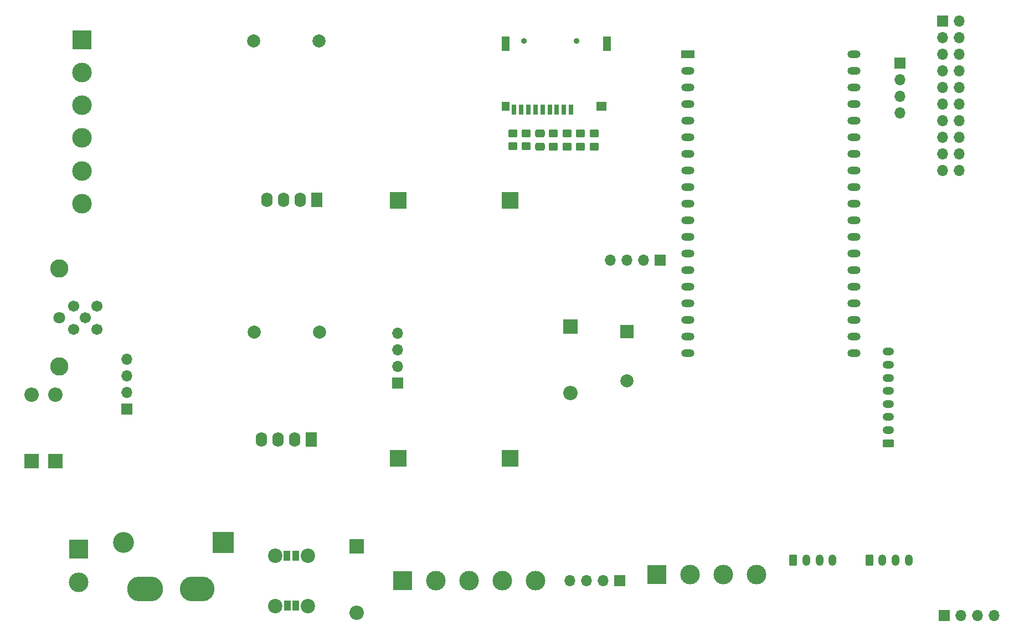
<source format=gbr>
%TF.GenerationSoftware,KiCad,Pcbnew,7.0.8*%
%TF.CreationDate,2023-11-15T18:30:51+02:00*%
%TF.ProjectId,CAN_DISPLAY,43414e5f-4449-4535-904c-41592e6b6963,rev?*%
%TF.SameCoordinates,Original*%
%TF.FileFunction,Soldermask,Bot*%
%TF.FilePolarity,Negative*%
%FSLAX46Y46*%
G04 Gerber Fmt 4.6, Leading zero omitted, Abs format (unit mm)*
G04 Created by KiCad (PCBNEW 7.0.8) date 2023-11-15 18:30:51*
%MOMM*%
%LPD*%
G01*
G04 APERTURE LIST*
G04 Aperture macros list*
%AMRoundRect*
0 Rectangle with rounded corners*
0 $1 Rounding radius*
0 $2 $3 $4 $5 $6 $7 $8 $9 X,Y pos of 4 corners*
0 Add a 4 corners polygon primitive as box body*
4,1,4,$2,$3,$4,$5,$6,$7,$8,$9,$2,$3,0*
0 Add four circle primitives for the rounded corners*
1,1,$1+$1,$2,$3*
1,1,$1+$1,$4,$5*
1,1,$1+$1,$6,$7*
1,1,$1+$1,$8,$9*
0 Add four rect primitives between the rounded corners*
20,1,$1+$1,$2,$3,$4,$5,0*
20,1,$1+$1,$4,$5,$6,$7,0*
20,1,$1+$1,$6,$7,$8,$9,0*
20,1,$1+$1,$8,$9,$2,$3,0*%
G04 Aperture macros list end*
%ADD10R,3.000000X3.000000*%
%ADD11C,3.000000*%
%ADD12R,1.700000X1.700000*%
%ADD13O,1.700000X1.700000*%
%ADD14RoundRect,0.250000X-0.350000X-0.625000X0.350000X-0.625000X0.350000X0.625000X-0.350000X0.625000X0*%
%ADD15O,1.200000X1.750000*%
%ADD16R,2.200000X2.200000*%
%ADD17O,2.200000X2.200000*%
%ADD18RoundRect,0.250000X0.625000X-0.350000X0.625000X0.350000X-0.625000X0.350000X-0.625000X-0.350000X0*%
%ADD19O,1.750000X1.200000*%
%ADD20C,2.200000*%
%ADD21R,1.750000X2.250000*%
%ADD22O,1.750000X2.250000*%
%ADD23C,2.794000*%
%ADD24C,1.701800*%
%ADD25C,1.803400*%
%ADD26R,2.000000X2.000000*%
%ADD27C,2.000000*%
%ADD28O,5.500000X3.800000*%
%ADD29O,5.300000X3.800000*%
%ADD30R,2.000000X1.200000*%
%ADD31O,2.000000X1.200000*%
%ADD32R,3.200000X3.200000*%
%ADD33O,3.200000X3.200000*%
%ADD34R,2.500000X2.500000*%
%ADD35RoundRect,0.250000X-0.450000X0.350000X-0.450000X-0.350000X0.450000X-0.350000X0.450000X0.350000X0*%
%ADD36RoundRect,0.250000X0.450000X-0.350000X0.450000X0.350000X-0.450000X0.350000X-0.450000X-0.350000X0*%
%ADD37RoundRect,0.250000X0.475000X-0.337500X0.475000X0.337500X-0.475000X0.337500X-0.475000X-0.337500X0*%
%ADD38C,0.900000*%
%ADD39R,0.700000X1.600000*%
%ADD40R,1.200000X2.200000*%
%ADD41R,1.600000X1.400000*%
%ADD42R,1.200000X1.400000*%
%ADD43R,1.000000X1.500000*%
G04 APERTURE END LIST*
D10*
%TO.C,J6*%
X64516000Y-134620000D03*
D11*
X64516000Y-139700000D03*
%TD*%
D12*
%TO.C,J16*%
X196860000Y-144780000D03*
D13*
X199400000Y-144780000D03*
X201940000Y-144780000D03*
X204480000Y-144780000D03*
%TD*%
D14*
%TO.C,J3*%
X173769000Y-136352000D03*
D15*
X175769000Y-136352000D03*
X177769000Y-136352000D03*
X179769000Y-136352000D03*
%TD*%
D16*
%TO.C,D11*%
X57327800Y-121158000D03*
D17*
X57327800Y-110998000D03*
%TD*%
D12*
%TO.C,J8*%
X113284000Y-109220000D03*
D13*
X113284000Y-106680000D03*
X113284000Y-104140000D03*
X113284000Y-101600000D03*
%TD*%
D18*
%TO.C,J14*%
X188278600Y-118455200D03*
D19*
X188278600Y-116455200D03*
X188278600Y-114455200D03*
X188278600Y-112455200D03*
X188278600Y-110455200D03*
X188278600Y-108455200D03*
X188278600Y-106455200D03*
X188278600Y-104455200D03*
%TD*%
D10*
%TO.C,J20*%
X65024000Y-56788000D03*
D11*
X65024000Y-61788000D03*
X65024000Y-66788000D03*
X65024000Y-71788000D03*
X65024000Y-76788000D03*
X65024000Y-81788000D03*
%TD*%
D20*
%TO.C,FL1*%
X94568000Y-135636000D03*
X99568000Y-135636000D03*
X99568000Y-143336000D03*
X94568000Y-143336000D03*
%TD*%
D16*
%TO.C,D6*%
X139700000Y-100584000D03*
D17*
X139700000Y-110744000D03*
%TD*%
D12*
%TO.C,J10*%
X147231400Y-139491000D03*
D13*
X144691400Y-139491000D03*
X142151400Y-139491000D03*
X139611400Y-139491000D03*
%TD*%
D21*
%TO.C,PS1*%
X100076000Y-117856000D03*
D22*
X97536000Y-117856000D03*
X94996000Y-117856000D03*
X92456000Y-117856000D03*
%TD*%
D23*
%TO.C,J4*%
X61521741Y-106742767D03*
X61521741Y-91742767D03*
D24*
X67289500Y-97475000D03*
X67289500Y-101010534D03*
X63753966Y-101010534D03*
X63753966Y-97475000D03*
X65521733Y-99242767D03*
D25*
X61521741Y-99242767D03*
%TD*%
D26*
%TO.C,BZ1*%
X148336000Y-101356000D03*
D27*
X148336000Y-108956000D03*
%TD*%
D10*
%TO.C,J15*%
X152908000Y-138557000D03*
D11*
X157988000Y-138557000D03*
X163068000Y-138557000D03*
X168148000Y-138557000D03*
%TD*%
D12*
%TO.C,J13*%
X190119000Y-60325000D03*
D13*
X190119000Y-62865000D03*
X190119000Y-65405000D03*
X190119000Y-67945000D03*
%TD*%
D16*
%TO.C,D1*%
X60960000Y-121158000D03*
D17*
X60960000Y-110998000D03*
%TD*%
D16*
%TO.C,D10*%
X107010200Y-134213600D03*
D17*
X107010200Y-144373600D03*
%TD*%
D28*
%TO.C,F1*%
X74676000Y-140716000D03*
D29*
X82676000Y-140716000D03*
%TD*%
D12*
%TO.C,J9*%
X71882000Y-113233200D03*
D13*
X71882000Y-110693200D03*
X71882000Y-108153200D03*
X71882000Y-105613200D03*
%TD*%
D12*
%TO.C,J19*%
X153416000Y-90424000D03*
D13*
X150876000Y-90424000D03*
X148336000Y-90424000D03*
X145796000Y-90424000D03*
%TD*%
D27*
%TO.C,C2*%
X101266000Y-56896000D03*
X91266000Y-56896000D03*
%TD*%
%TO.C,C1*%
X101393000Y-101473000D03*
X91393000Y-101473000D03*
%TD*%
D30*
%TO.C,U1*%
X157629100Y-58927800D03*
D31*
X157629100Y-61467800D03*
X157629100Y-64007800D03*
X157629100Y-66547800D03*
X157629100Y-69087800D03*
X157629100Y-71627800D03*
X157629100Y-74167800D03*
X157629100Y-76707800D03*
X157629100Y-79247800D03*
X157629100Y-81787800D03*
X157629100Y-84327800D03*
X157629100Y-86867800D03*
X157629100Y-89407800D03*
X157629100Y-91947800D03*
X157629100Y-94487800D03*
X157629100Y-97027800D03*
X157629100Y-99567800D03*
X157629100Y-102107800D03*
X157629100Y-104647800D03*
X183025420Y-104645080D03*
X183025420Y-102105080D03*
X183029100Y-99567800D03*
X183029100Y-97027800D03*
X183029100Y-94487800D03*
X183029100Y-91947800D03*
X183029100Y-89407800D03*
X183029100Y-86867800D03*
X183029100Y-84327800D03*
X183029100Y-81787800D03*
X183029100Y-79247800D03*
X183029100Y-76707800D03*
X183029100Y-74167800D03*
X183029100Y-71627800D03*
X183029100Y-69087800D03*
X183029100Y-66547800D03*
X183029100Y-64007800D03*
X183029100Y-61467800D03*
X183029100Y-58927800D03*
%TD*%
D32*
%TO.C,D12*%
X86614000Y-133604000D03*
D33*
X71374000Y-133604000D03*
%TD*%
D34*
%TO.C,PS3*%
X130492500Y-120777000D03*
X113347500Y-120777000D03*
X130492500Y-81277000D03*
X113347500Y-81277000D03*
%TD*%
D14*
%TO.C,J2*%
X185405000Y-136352000D03*
D15*
X187405000Y-136352000D03*
X189405000Y-136352000D03*
X191405000Y-136352000D03*
%TD*%
D21*
%TO.C,PS2*%
X100889500Y-81215500D03*
D22*
X98349500Y-81215500D03*
X95809500Y-81215500D03*
X93269500Y-81215500D03*
%TD*%
D10*
%TO.C,J5*%
X114046000Y-139446000D03*
D11*
X119126000Y-139446000D03*
X124206000Y-139446000D03*
X129286000Y-139446000D03*
X134366000Y-139446000D03*
%TD*%
D12*
%TO.C,J18*%
X196596000Y-53848000D03*
D13*
X199136000Y-53848000D03*
X196596000Y-56388000D03*
X199136000Y-56388000D03*
X196596000Y-58928000D03*
X199136000Y-58928000D03*
X196596000Y-61468000D03*
X199136000Y-61468000D03*
X196596000Y-64008000D03*
X199136000Y-64008000D03*
X196596000Y-66548000D03*
X199136000Y-66548000D03*
X196596000Y-69088000D03*
X199136000Y-69088000D03*
X196596000Y-71628000D03*
X199136000Y-71628000D03*
X196596000Y-74168000D03*
X199136000Y-74168000D03*
X196596000Y-76708000D03*
X199136000Y-76708000D03*
%TD*%
D35*
%TO.C,R17*%
X141262200Y-71066400D03*
X141262200Y-73066400D03*
%TD*%
D36*
%TO.C,R19*%
X130911600Y-73050400D03*
X130911600Y-71050400D03*
%TD*%
D37*
%TO.C,C23*%
X135043400Y-73123800D03*
X135043400Y-71048800D03*
%TD*%
D38*
%TO.C,J11*%
X140631632Y-56945755D03*
X132631632Y-56945755D03*
D39*
X139831632Y-67445755D03*
X138731632Y-67445755D03*
X137631632Y-67445755D03*
X136531632Y-67445755D03*
X135431632Y-67445755D03*
X134331632Y-67445755D03*
X133231632Y-67445755D03*
X132131632Y-67445755D03*
X131031632Y-67445755D03*
D40*
X145331632Y-57345755D03*
D41*
X144431632Y-66945755D03*
D42*
X129831632Y-66945755D03*
D40*
X129831632Y-57345755D03*
%TD*%
D35*
%TO.C,R16*%
X143340800Y-71066400D03*
X143340800Y-73066400D03*
%TD*%
D43*
%TO.C,JP17*%
X97718400Y-143256000D03*
X96418400Y-143256000D03*
%TD*%
D35*
%TO.C,R14*%
X139183600Y-71066400D03*
X139183600Y-73066400D03*
%TD*%
%TO.C,R18*%
X137105000Y-71066400D03*
X137105000Y-73066400D03*
%TD*%
D43*
%TO.C,JP16*%
X97678000Y-135636000D03*
X96378000Y-135636000D03*
%TD*%
D36*
%TO.C,R20*%
X132969000Y-73050400D03*
X132969000Y-71050400D03*
%TD*%
M02*

</source>
